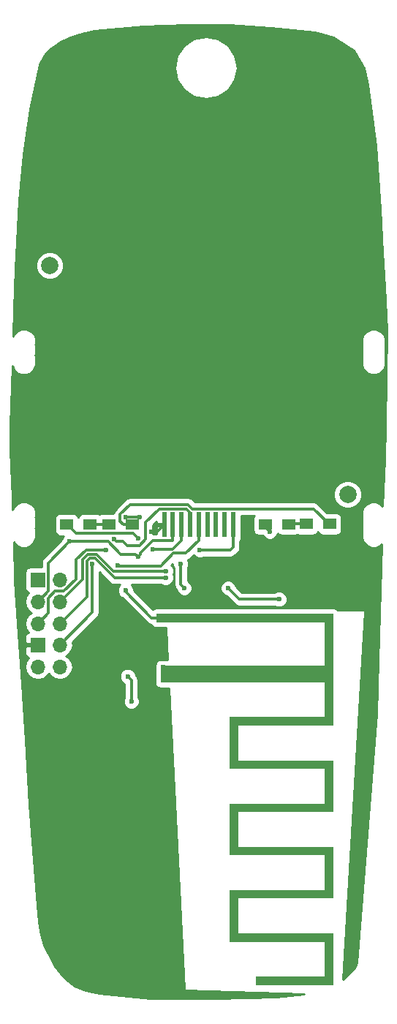
<source format=gbr>
G04 #@! TF.FileFunction,Copper,L1,Top,Signal*
%FSLAX46Y46*%
G04 Gerber Fmt 4.6, Leading zero omitted, Abs format (unit mm)*
G04 Created by KiCad (PCBNEW 4.0.7) date Wed Aug 22 22:50:22 2018*
%MOMM*%
%LPD*%
G01*
G04 APERTURE LIST*
%ADD10C,0.100000*%
%ADD11R,1.700000X1.700000*%
%ADD12O,1.700000X1.700000*%
%ADD13R,1.500000X1.300000*%
%ADD14C,2.000000*%
%ADD15R,0.600000X3.000000*%
%ADD16R,0.500000X2.000000*%
%ADD17R,0.500000X1.000000*%
%ADD18C,0.600000*%
%ADD19C,0.300000*%
%ADD20C,0.254000*%
G04 APERTURE END LIST*
D10*
G36*
X74680000Y-118820000D02*
X54680000Y-118820000D01*
X54680000Y-120820000D01*
X74680000Y-120820000D01*
X74680000Y-118820000D01*
X74680000Y-118820000D01*
G37*
G36*
X74680000Y-112820000D02*
X54680000Y-112820000D01*
X54680000Y-113820000D01*
X74680000Y-113820000D01*
X74680000Y-112820000D01*
X74680000Y-112820000D01*
G37*
G36*
X74680000Y-113820000D02*
X73680000Y-113820000D01*
X73680000Y-118820000D01*
X74680000Y-118820000D01*
X74680000Y-113820000D01*
X74680000Y-113820000D01*
G37*
G36*
X74680000Y-120820000D02*
X73680000Y-120820000D01*
X73680000Y-124820000D01*
X74680000Y-124820000D01*
X74680000Y-120820000D01*
X74680000Y-120820000D01*
G37*
G36*
X74680000Y-124820000D02*
X63680000Y-124820000D01*
X63680000Y-125820000D01*
X74680000Y-125820000D01*
X74680000Y-124820000D01*
X74680000Y-124820000D01*
G37*
G36*
X63680000Y-124820000D02*
X62680000Y-124820000D01*
X62680000Y-130820000D01*
X63680000Y-130820000D01*
X63680000Y-124820000D01*
X63680000Y-124820000D01*
G37*
G36*
X74680000Y-129820000D02*
X63680000Y-129820000D01*
X63680000Y-130820000D01*
X74680000Y-130820000D01*
X74680000Y-129820000D01*
X74680000Y-129820000D01*
G37*
G36*
X74680000Y-130820000D02*
X73680000Y-130820000D01*
X73680000Y-134820000D01*
X74680000Y-134820000D01*
X74680000Y-130820000D01*
X74680000Y-130820000D01*
G37*
G36*
X74680000Y-134820000D02*
X63680000Y-134820000D01*
X63680000Y-135820000D01*
X74680000Y-135820000D01*
X74680000Y-134820000D01*
X74680000Y-134820000D01*
G37*
G36*
X63680000Y-134820000D02*
X62680000Y-134820000D01*
X62680000Y-140820000D01*
X63680000Y-140820000D01*
X63680000Y-134820000D01*
X63680000Y-134820000D01*
G37*
G36*
X74680000Y-139820000D02*
X63680000Y-139820000D01*
X63680000Y-140820000D01*
X74680000Y-140820000D01*
X74680000Y-139820000D01*
X74680000Y-139820000D01*
G37*
G36*
X74680000Y-140820000D02*
X73680000Y-140820000D01*
X73680000Y-144820000D01*
X74680000Y-144820000D01*
X74680000Y-140820000D01*
X74680000Y-140820000D01*
G37*
G36*
X74680000Y-144820000D02*
X63680000Y-144820000D01*
X63680000Y-145820000D01*
X74680000Y-145820000D01*
X74680000Y-144820000D01*
X74680000Y-144820000D01*
G37*
G36*
X63680000Y-144820000D02*
X62680000Y-144820000D01*
X62680000Y-150820000D01*
X63680000Y-150820000D01*
X63680000Y-144820000D01*
X63680000Y-144820000D01*
G37*
G36*
X74680000Y-149820000D02*
X63680000Y-149820000D01*
X63680000Y-150820000D01*
X74680000Y-150820000D01*
X74680000Y-149820000D01*
X74680000Y-149820000D01*
G37*
G36*
X74680000Y-150820000D02*
X73680000Y-150820000D01*
X73680000Y-154820000D01*
X74680000Y-154820000D01*
X74680000Y-150820000D01*
X74680000Y-150820000D01*
G37*
G36*
X74680000Y-154820000D02*
X65680000Y-154820000D01*
X65680000Y-155820000D01*
X74680000Y-155820000D01*
X74680000Y-154820000D01*
X74680000Y-154820000D01*
G37*
D11*
X40460000Y-108920000D03*
D12*
X43000000Y-108920000D03*
X40460000Y-111460000D03*
X43000000Y-111460000D03*
X40460000Y-114000000D03*
X43000000Y-114000000D03*
D11*
X40460000Y-116460000D03*
D12*
X43000000Y-116460000D03*
X40460000Y-119000000D03*
X43000000Y-119000000D03*
D13*
X51410000Y-102530000D03*
X48710000Y-102530000D03*
X66800000Y-102480000D03*
X69500000Y-102480000D03*
D14*
X41850000Y-72550000D03*
D15*
X55100000Y-102550000D03*
X56100000Y-102550000D03*
X57100000Y-102550000D03*
X58100000Y-102550000D03*
X63100000Y-102550000D03*
X62100000Y-102550000D03*
X59100000Y-102550000D03*
X60100000Y-102550000D03*
X61100000Y-102550000D03*
D14*
X76350000Y-99050000D03*
D13*
X46500000Y-102530000D03*
X43800000Y-102530000D03*
X74250000Y-102460000D03*
X71550000Y-102460000D03*
D16*
X54930000Y-119820000D03*
D17*
X54430000Y-113320000D03*
D18*
X67330000Y-103350000D03*
X61100000Y-102550000D03*
X50630000Y-110150000D03*
X75300000Y-68000000D03*
X44700000Y-68000000D03*
X75760000Y-105420000D03*
X39710000Y-98260000D03*
X41220000Y-105360000D03*
X53610010Y-103350000D03*
X43480000Y-132180000D03*
X52230000Y-101650000D03*
X50630000Y-101650000D03*
X73450000Y-109060000D03*
X73400000Y-106910000D03*
X73400000Y-104810000D03*
X60060000Y-111120000D03*
X57425158Y-109872654D03*
X57020000Y-107059992D03*
X44136096Y-104500012D03*
X52080000Y-106250000D03*
X55280000Y-108700000D03*
X53810000Y-105350000D03*
X55280000Y-107900000D03*
X59205380Y-105455380D03*
X52080000Y-104150000D03*
X49690000Y-107250000D03*
X49259200Y-104180001D03*
X48340000Y-105450000D03*
X51300000Y-123000000D03*
X50870000Y-120090000D03*
X54930000Y-119820000D03*
X68390000Y-111180000D03*
X62510000Y-109880000D03*
X46780000Y-107100000D03*
D19*
X66800000Y-102480000D02*
X66800000Y-102820000D01*
X66800000Y-102820000D02*
X67330000Y-103350000D01*
X54430000Y-113320000D02*
X53637998Y-113320000D01*
X53637998Y-113320000D02*
X50630000Y-110312002D01*
X50630000Y-110312002D02*
X50630000Y-110150000D01*
X71550000Y-102460000D02*
X69520000Y-102460000D01*
X69520000Y-102460000D02*
X69500000Y-102480000D01*
X46500000Y-102530000D02*
X48710000Y-102530000D01*
X53610010Y-103350000D02*
X54300000Y-103350000D01*
X54300000Y-103350000D02*
X55100000Y-102550000D01*
X40460000Y-116460000D02*
X39310000Y-116460000D01*
X39310000Y-116460000D02*
X38500000Y-115650000D01*
X50630000Y-101650000D02*
X52230000Y-101650000D01*
X53030000Y-110150000D02*
X53630000Y-110150000D01*
X53630000Y-110150000D02*
X54600000Y-111120000D01*
X54600000Y-111120000D02*
X60060000Y-111120000D01*
X57020000Y-107059992D02*
X57020000Y-109467496D01*
X57020000Y-109467496D02*
X57425158Y-109872654D01*
X52080000Y-106250000D02*
X52379999Y-105950001D01*
X52379999Y-105950001D02*
X52379999Y-105817999D01*
X52379999Y-105817999D02*
X53797997Y-104400001D01*
X53797997Y-104400001D02*
X56049999Y-104400001D01*
X56049999Y-104400001D02*
X56100000Y-104350000D01*
X56100000Y-104350000D02*
X56100000Y-102550000D01*
X52080000Y-106250000D02*
X51780001Y-105950001D01*
X51780001Y-105950001D02*
X50070001Y-105950001D01*
X50070001Y-105950001D02*
X48620012Y-104500012D01*
X40460000Y-111460000D02*
X41660001Y-110259999D01*
X41660001Y-110259999D02*
X41660001Y-106976107D01*
X41660001Y-106976107D02*
X44136096Y-104500012D01*
X44136096Y-104500012D02*
X48620012Y-104500012D01*
X43000000Y-114000000D02*
X46129999Y-110870001D01*
X46467999Y-106449999D02*
X47092001Y-106449999D01*
X46129999Y-110870001D02*
X46129999Y-106787999D01*
X46129999Y-106787999D02*
X46467999Y-106449999D01*
X47092001Y-106449999D02*
X49342002Y-108700000D01*
X49342002Y-108700000D02*
X55280000Y-108700000D01*
X53810000Y-105350000D02*
X56100000Y-105350000D01*
X56100000Y-105350000D02*
X57100000Y-104350000D01*
X57100000Y-104350000D02*
X57100000Y-102550000D01*
X43000000Y-111460000D02*
X45629989Y-108830011D01*
X45629989Y-108830011D02*
X45629989Y-106580889D01*
X45629989Y-106580889D02*
X46260889Y-105949989D01*
X46260889Y-105949989D02*
X47299111Y-105949989D01*
X49249122Y-107900000D02*
X55280000Y-107900000D01*
X47299111Y-105949989D02*
X49249122Y-107900000D01*
X59205380Y-105455380D02*
X59629644Y-105455380D01*
X59629644Y-105455380D02*
X59684264Y-105510000D01*
X59684264Y-105510000D02*
X62749814Y-105510000D01*
X63100000Y-102550000D02*
X63100000Y-105159814D01*
X63100000Y-105159814D02*
X62749814Y-105510000D01*
X52080000Y-104150000D02*
X51460001Y-103530001D01*
X51460001Y-103530001D02*
X44900001Y-103530001D01*
X44900001Y-103530001D02*
X43900000Y-102530000D01*
X43900000Y-102530000D02*
X43800000Y-102530000D01*
X49690000Y-107250000D02*
X49790000Y-107350000D01*
X49790000Y-107350000D02*
X54680000Y-107350000D01*
X54680000Y-107350000D02*
X56179990Y-105850010D01*
X56179990Y-105850010D02*
X57599990Y-105850010D01*
X57599990Y-105850010D02*
X59100000Y-104350000D01*
X59100000Y-104350000D02*
X59100000Y-102550000D01*
X59100000Y-102550000D02*
X59100000Y-103980002D01*
X49259200Y-104180001D02*
X49559199Y-104480000D01*
X52960010Y-104231992D02*
X52960010Y-102259988D01*
X54519999Y-100699999D02*
X57680001Y-100699999D01*
X49559199Y-104480000D02*
X50300000Y-104480000D01*
X50300000Y-104480000D02*
X50780000Y-104960000D01*
X50780000Y-104960000D02*
X52232002Y-104960000D01*
X52232002Y-104960000D02*
X52960010Y-104231992D01*
X52960010Y-102259988D02*
X54519999Y-100699999D01*
X57680001Y-100699999D02*
X58100000Y-101119998D01*
X58100000Y-101119998D02*
X58100000Y-102550000D01*
X48340000Y-105450000D02*
X47506242Y-105450000D01*
X46053779Y-105449979D02*
X44890000Y-106613758D01*
X47506242Y-105450000D02*
X47506221Y-105449979D01*
X41660001Y-111023997D02*
X41660001Y-112799999D01*
X47506221Y-105449979D02*
X46053779Y-105449979D01*
X41660001Y-112799999D02*
X40460000Y-114000000D01*
X44890000Y-106613758D02*
X44890000Y-108860000D01*
X44890000Y-108860000D02*
X43490001Y-110259999D01*
X42423999Y-110259999D02*
X41660001Y-111023997D01*
X43490001Y-110259999D02*
X42423999Y-110259999D01*
X51300000Y-123000000D02*
X51300000Y-120520000D01*
X51300000Y-120520000D02*
X50870000Y-120090000D01*
X62510000Y-109880000D02*
X63810000Y-111180000D01*
X63810000Y-111180000D02*
X68390000Y-111180000D01*
X43000000Y-116460000D02*
X46780000Y-112680000D01*
X46780000Y-112680000D02*
X46780000Y-107100000D01*
X72389999Y-100699999D02*
X58387121Y-100699999D01*
X58387121Y-100699999D02*
X57887111Y-100199989D01*
X57887111Y-100199989D02*
X51118009Y-100199989D01*
X50360000Y-102530000D02*
X51410000Y-102530000D01*
X51118009Y-100199989D02*
X49979999Y-101337999D01*
X49979999Y-101337999D02*
X49979999Y-102149999D01*
X49979999Y-102149999D02*
X50360000Y-102530000D01*
X72389999Y-100699999D02*
X74150000Y-102460000D01*
X74150000Y-102460000D02*
X74250000Y-102460000D01*
D20*
G36*
X67444321Y-45007921D02*
X72561283Y-45499936D01*
X74702773Y-46151694D01*
X77025573Y-47609138D01*
X78229743Y-49660686D01*
X78650464Y-51624050D01*
X79643016Y-58671172D01*
X80091309Y-66043096D01*
X80391275Y-71042524D01*
X80391503Y-71043396D01*
X80391383Y-71044289D01*
X80640884Y-75036310D01*
X80839806Y-80009361D01*
X80690121Y-90986306D01*
X80590300Y-94979132D01*
X80407208Y-100398657D01*
X80135564Y-100126539D01*
X79626702Y-99915241D01*
X79075715Y-99914760D01*
X78566485Y-100125169D01*
X78176539Y-100514436D01*
X77965241Y-101023298D01*
X77964760Y-101574285D01*
X77965196Y-101575339D01*
X77964760Y-102074285D01*
X78006217Y-102174618D01*
X77965241Y-102273298D01*
X77964760Y-102824285D01*
X78006217Y-102924618D01*
X77965241Y-103023298D01*
X77964760Y-103574285D01*
X77965196Y-103575339D01*
X77964760Y-104074285D01*
X78175169Y-104583515D01*
X78564436Y-104973461D01*
X79073298Y-105184759D01*
X79624285Y-105185240D01*
X80133515Y-104974831D01*
X80270267Y-104838318D01*
X79890319Y-118178708D01*
X79690895Y-124460543D01*
X77399705Y-153249843D01*
X77235061Y-153710847D01*
X75780494Y-155165414D01*
X78376765Y-112557724D01*
X78368375Y-112503996D01*
X78341150Y-112461566D01*
X78299563Y-112433071D01*
X78250166Y-112423000D01*
X75161068Y-112418960D01*
X75129013Y-112370987D01*
X74923004Y-112233336D01*
X74680000Y-112185000D01*
X54741431Y-112185000D01*
X54680000Y-112172560D01*
X54180000Y-112172560D01*
X53944683Y-112216838D01*
X53762333Y-112334177D01*
X51565012Y-110136856D01*
X51565162Y-109964833D01*
X51423117Y-109621057D01*
X51287297Y-109485000D01*
X54742494Y-109485000D01*
X54749673Y-109492192D01*
X55093201Y-109634838D01*
X55465167Y-109635162D01*
X55808943Y-109493117D01*
X56072192Y-109230327D01*
X56214838Y-108886799D01*
X56215162Y-108514833D01*
X56126352Y-108299896D01*
X56214838Y-108086799D01*
X56215162Y-107714833D01*
X56073117Y-107371057D01*
X55921242Y-107218916D01*
X56085004Y-107055154D01*
X56084838Y-107245159D01*
X56226883Y-107588935D01*
X56235000Y-107597066D01*
X56235000Y-109467496D01*
X56294755Y-109767903D01*
X56464921Y-110022575D01*
X56490005Y-110047659D01*
X56489996Y-110057821D01*
X56632041Y-110401597D01*
X56894831Y-110664846D01*
X57238359Y-110807492D01*
X57610325Y-110807816D01*
X57954101Y-110665771D01*
X58217350Y-110402981D01*
X58357623Y-110065167D01*
X61574838Y-110065167D01*
X61716883Y-110408943D01*
X61979673Y-110672192D01*
X62323201Y-110814838D01*
X62334690Y-110814848D01*
X63254921Y-111735079D01*
X63509594Y-111905245D01*
X63810000Y-111965001D01*
X63810005Y-111965000D01*
X67852494Y-111965000D01*
X67859673Y-111972192D01*
X68203201Y-112114838D01*
X68575167Y-112115162D01*
X68918943Y-111973117D01*
X69182192Y-111710327D01*
X69324838Y-111366799D01*
X69325162Y-110994833D01*
X69183117Y-110651057D01*
X68920327Y-110387808D01*
X68576799Y-110245162D01*
X68204833Y-110244838D01*
X67861057Y-110386883D01*
X67852926Y-110395000D01*
X64135158Y-110395000D01*
X63445153Y-109704995D01*
X63445162Y-109694833D01*
X63303117Y-109351057D01*
X63040327Y-109087808D01*
X62696799Y-108945162D01*
X62324833Y-108944838D01*
X61981057Y-109086883D01*
X61717808Y-109349673D01*
X61575162Y-109693201D01*
X61574838Y-110065167D01*
X58357623Y-110065167D01*
X58359996Y-110059453D01*
X58360320Y-109687487D01*
X58218275Y-109343711D01*
X57955485Y-109080462D01*
X57805000Y-109017975D01*
X57805000Y-107597498D01*
X57812192Y-107590319D01*
X57954838Y-107246791D01*
X57955162Y-106874825D01*
X57836624Y-106587940D01*
X57900397Y-106575255D01*
X58155069Y-106405089D01*
X58493978Y-106066180D01*
X58675053Y-106247572D01*
X59018581Y-106390218D01*
X59390547Y-106390542D01*
X59642083Y-106286610D01*
X59684264Y-106295000D01*
X62749814Y-106295000D01*
X63050221Y-106235245D01*
X63304893Y-106065079D01*
X63655079Y-105714893D01*
X63825245Y-105460220D01*
X63885000Y-105159814D01*
X63885000Y-104464975D01*
X63996431Y-104301890D01*
X64047440Y-104050000D01*
X64047440Y-101484999D01*
X65517189Y-101484999D01*
X65453569Y-101578110D01*
X65402560Y-101830000D01*
X65402560Y-103130000D01*
X65446838Y-103365317D01*
X65585910Y-103581441D01*
X65798110Y-103726431D01*
X66050000Y-103777440D01*
X66494943Y-103777440D01*
X66536883Y-103878943D01*
X66799673Y-104142192D01*
X67143201Y-104284838D01*
X67515167Y-104285162D01*
X67858943Y-104143117D01*
X68122192Y-103880327D01*
X68261836Y-103544029D01*
X68285910Y-103581441D01*
X68498110Y-103726431D01*
X68750000Y-103777440D01*
X70250000Y-103777440D01*
X70485317Y-103733162D01*
X70537803Y-103699388D01*
X70548110Y-103706431D01*
X70800000Y-103757440D01*
X72300000Y-103757440D01*
X72535317Y-103713162D01*
X72751441Y-103574090D01*
X72896431Y-103361890D01*
X72899081Y-103348803D01*
X73035910Y-103561441D01*
X73248110Y-103706431D01*
X73500000Y-103757440D01*
X75000000Y-103757440D01*
X75235317Y-103713162D01*
X75451441Y-103574090D01*
X75596431Y-103361890D01*
X75647440Y-103110000D01*
X75647440Y-101810000D01*
X75603162Y-101574683D01*
X75464090Y-101358559D01*
X75251890Y-101213569D01*
X75000000Y-101162560D01*
X73962718Y-101162560D01*
X72945078Y-100144920D01*
X72690406Y-99974754D01*
X72389999Y-99914999D01*
X58712279Y-99914999D01*
X58442190Y-99644910D01*
X58187518Y-99474744D01*
X57887111Y-99414989D01*
X51118009Y-99414989D01*
X50817602Y-99474744D01*
X50562930Y-99644910D01*
X49424920Y-100782920D01*
X49254754Y-101037592D01*
X49254754Y-101037593D01*
X49215972Y-101232560D01*
X47960000Y-101232560D01*
X47724683Y-101276838D01*
X47604873Y-101353934D01*
X47501890Y-101283569D01*
X47250000Y-101232560D01*
X45750000Y-101232560D01*
X45514683Y-101276838D01*
X45298559Y-101415910D01*
X45153569Y-101628110D01*
X45150919Y-101641197D01*
X45014090Y-101428559D01*
X44801890Y-101283569D01*
X44550000Y-101232560D01*
X43050000Y-101232560D01*
X42814683Y-101276838D01*
X42598559Y-101415910D01*
X42453569Y-101628110D01*
X42402560Y-101880000D01*
X42402560Y-103180000D01*
X42446838Y-103415317D01*
X42585910Y-103631441D01*
X42798110Y-103776431D01*
X43050000Y-103827440D01*
X43486397Y-103827440D01*
X43343904Y-103969685D01*
X43201258Y-104313213D01*
X43201248Y-104324702D01*
X41104922Y-106421028D01*
X40934756Y-106675700D01*
X40934756Y-106675701D01*
X40875001Y-106976107D01*
X40875001Y-107422560D01*
X39610000Y-107422560D01*
X39374683Y-107466838D01*
X39158559Y-107605910D01*
X39013569Y-107818110D01*
X38962560Y-108070000D01*
X38962560Y-109770000D01*
X39006838Y-110005317D01*
X39145910Y-110221441D01*
X39358110Y-110366431D01*
X39425541Y-110380086D01*
X39380853Y-110409946D01*
X39058946Y-110891715D01*
X38945907Y-111460000D01*
X39058946Y-112028285D01*
X39380853Y-112510054D01*
X39710026Y-112730000D01*
X39380853Y-112949946D01*
X39058946Y-113431715D01*
X38945907Y-114000000D01*
X39058946Y-114568285D01*
X39363867Y-115024633D01*
X39250302Y-115071673D01*
X39071673Y-115250301D01*
X38975000Y-115483690D01*
X38975000Y-116174250D01*
X39133750Y-116333000D01*
X40333000Y-116333000D01*
X40333000Y-116313000D01*
X40587000Y-116313000D01*
X40587000Y-116333000D01*
X40607000Y-116333000D01*
X40607000Y-116587000D01*
X40587000Y-116587000D01*
X40587000Y-116607000D01*
X40333000Y-116607000D01*
X40333000Y-116587000D01*
X39133750Y-116587000D01*
X38975000Y-116745750D01*
X38975000Y-117436310D01*
X39071673Y-117669699D01*
X39250302Y-117848327D01*
X39424777Y-117920597D01*
X39380853Y-117949946D01*
X39058946Y-118431715D01*
X38945907Y-119000000D01*
X39058946Y-119568285D01*
X39380853Y-120050054D01*
X39862622Y-120371961D01*
X40430907Y-120485000D01*
X40489093Y-120485000D01*
X41057378Y-120371961D01*
X41539147Y-120050054D01*
X41730000Y-119764422D01*
X41920853Y-120050054D01*
X42402622Y-120371961D01*
X42970907Y-120485000D01*
X43029093Y-120485000D01*
X43597378Y-120371961D01*
X43742240Y-120275167D01*
X49934838Y-120275167D01*
X50076883Y-120618943D01*
X50339673Y-120882192D01*
X50515000Y-120954994D01*
X50515000Y-122462494D01*
X50507808Y-122469673D01*
X50365162Y-122813201D01*
X50364838Y-123185167D01*
X50506883Y-123528943D01*
X50769673Y-123792192D01*
X51113201Y-123934838D01*
X51485167Y-123935162D01*
X51828943Y-123793117D01*
X52092192Y-123530327D01*
X52234838Y-123186799D01*
X52235162Y-122814833D01*
X52093117Y-122471057D01*
X52085000Y-122462926D01*
X52085000Y-120520000D01*
X52025245Y-120219594D01*
X51855079Y-119964921D01*
X51805153Y-119914995D01*
X51805162Y-119904833D01*
X51663117Y-119561057D01*
X51400327Y-119297808D01*
X51056799Y-119155162D01*
X50684833Y-119154838D01*
X50341057Y-119296883D01*
X50077808Y-119559673D01*
X49935162Y-119903201D01*
X49934838Y-120275167D01*
X43742240Y-120275167D01*
X44079147Y-120050054D01*
X44401054Y-119568285D01*
X44514093Y-119000000D01*
X44401054Y-118431715D01*
X44079147Y-117949946D01*
X43749974Y-117730000D01*
X44079147Y-117510054D01*
X44401054Y-117028285D01*
X44514093Y-116460000D01*
X44447076Y-116123082D01*
X47335079Y-113235079D01*
X47505245Y-112980407D01*
X47565000Y-112680000D01*
X47565000Y-108033156D01*
X48786923Y-109255079D01*
X49041596Y-109425245D01*
X49342002Y-109485000D01*
X49972716Y-109485000D01*
X49837808Y-109619673D01*
X49695162Y-109963201D01*
X49694838Y-110335167D01*
X49836883Y-110678943D01*
X50099673Y-110942192D01*
X50185792Y-110977952D01*
X53082919Y-113875079D01*
X53337592Y-114045245D01*
X53604524Y-114098342D01*
X53715910Y-114271441D01*
X53928110Y-114416431D01*
X54180000Y-114467440D01*
X54680000Y-114467440D01*
X54746113Y-114455000D01*
X55281838Y-114455000D01*
X55472683Y-118185000D01*
X55241431Y-118185000D01*
X55180000Y-118172560D01*
X54680000Y-118172560D01*
X54444683Y-118216838D01*
X54228559Y-118355910D01*
X54083569Y-118568110D01*
X54032560Y-118820000D01*
X54032560Y-119543137D01*
X53995162Y-119633201D01*
X53994838Y-120005167D01*
X54032560Y-120096461D01*
X54032560Y-120820000D01*
X54076838Y-121055317D01*
X54215910Y-121271441D01*
X54428110Y-121416431D01*
X54680000Y-121467440D01*
X55180000Y-121467440D01*
X55246113Y-121455000D01*
X55639993Y-121455000D01*
X57423166Y-156306489D01*
X57430307Y-156342458D01*
X57456256Y-156385680D01*
X57496976Y-156415401D01*
X57546051Y-156426939D01*
X71314892Y-156855303D01*
X68053507Y-157191034D01*
X61042283Y-157389934D01*
X53534556Y-157340214D01*
X47564011Y-156797437D01*
X45966565Y-156421567D01*
X44746698Y-155924585D01*
X43954006Y-155352085D01*
X43084135Y-154527997D01*
X42452842Y-153671242D01*
X41164836Y-151238345D01*
X40845563Y-150052474D01*
X40604235Y-148507969D01*
X40407144Y-146635606D01*
X39508354Y-134951327D01*
X39058705Y-127517135D01*
X39057045Y-127510813D01*
X39058305Y-127500963D01*
X38608305Y-121000964D01*
X38608097Y-121000200D01*
X38608196Y-120999414D01*
X38108479Y-114003377D01*
X37809363Y-109018110D01*
X37676361Y-104584709D01*
X38064436Y-104973461D01*
X38573298Y-105184759D01*
X39124285Y-105185240D01*
X39633515Y-104974831D01*
X40023461Y-104585564D01*
X40234759Y-104076702D01*
X40235240Y-103525715D01*
X40234804Y-103524661D01*
X40235240Y-103025715D01*
X40193783Y-102925382D01*
X40234759Y-102826702D01*
X40235240Y-102275715D01*
X40234804Y-102274661D01*
X40235240Y-101775715D01*
X40193783Y-101675382D01*
X40234759Y-101576702D01*
X40235240Y-101025715D01*
X40024831Y-100516485D01*
X39635564Y-100126539D01*
X39126702Y-99915241D01*
X38575715Y-99914760D01*
X38066485Y-100125169D01*
X37676539Y-100514436D01*
X37548585Y-100822584D01*
X37498380Y-99373795D01*
X74714716Y-99373795D01*
X74963106Y-99974943D01*
X75422637Y-100435278D01*
X76023352Y-100684716D01*
X76673795Y-100685284D01*
X77274943Y-100436894D01*
X77735278Y-99977363D01*
X77984716Y-99376648D01*
X77985284Y-98726205D01*
X77736894Y-98125057D01*
X77277363Y-97664722D01*
X76676648Y-97415284D01*
X76026205Y-97414716D01*
X75425057Y-97663106D01*
X74964722Y-98122637D01*
X74715284Y-98723352D01*
X74714716Y-99373795D01*
X37498380Y-99373795D01*
X37310000Y-93937704D01*
X37310000Y-90959247D01*
X37487717Y-84129845D01*
X37675169Y-84583515D01*
X38064436Y-84973461D01*
X38573298Y-85184759D01*
X39124285Y-85185240D01*
X39633515Y-84974831D01*
X40023461Y-84585564D01*
X40234759Y-84076702D01*
X40235240Y-83525715D01*
X40234804Y-83524661D01*
X40235240Y-83025715D01*
X40193783Y-82925382D01*
X40234759Y-82826702D01*
X40235240Y-82275715D01*
X40234804Y-82274661D01*
X40235240Y-81775715D01*
X40193783Y-81675382D01*
X40234759Y-81576702D01*
X40234761Y-81574285D01*
X77964760Y-81574285D01*
X77965196Y-81575339D01*
X77964760Y-82074285D01*
X78006217Y-82174618D01*
X77965241Y-82273298D01*
X77964760Y-82824285D01*
X77965196Y-82825339D01*
X77964760Y-83324285D01*
X78006217Y-83424618D01*
X77965241Y-83523298D01*
X77964760Y-84074285D01*
X78175169Y-84583515D01*
X78564436Y-84973461D01*
X79073298Y-85184759D01*
X79624285Y-85185240D01*
X80133515Y-84974831D01*
X80523461Y-84585564D01*
X80734759Y-84076702D01*
X80735240Y-83525715D01*
X80693783Y-83425382D01*
X80734759Y-83326702D01*
X80735240Y-82775715D01*
X80734804Y-82774661D01*
X80735240Y-82275715D01*
X80693783Y-82175382D01*
X80734759Y-82076702D01*
X80735240Y-81525715D01*
X80734804Y-81524661D01*
X80735240Y-81025715D01*
X80524831Y-80516485D01*
X80135564Y-80126539D01*
X79626702Y-79915241D01*
X79075715Y-79914760D01*
X78566485Y-80125169D01*
X78176539Y-80514436D01*
X77965241Y-81023298D01*
X77964760Y-81574285D01*
X40234761Y-81574285D01*
X40235240Y-81025715D01*
X40024831Y-80516485D01*
X39635564Y-80126539D01*
X39126702Y-79915241D01*
X38575715Y-79914760D01*
X38066485Y-80125169D01*
X37676539Y-80514436D01*
X37575464Y-80757852D01*
X37659522Y-77527605D01*
X37900556Y-72873795D01*
X40214716Y-72873795D01*
X40463106Y-73474943D01*
X40922637Y-73935278D01*
X41523352Y-74184716D01*
X42173795Y-74185284D01*
X42774943Y-73936894D01*
X43235278Y-73477363D01*
X43484716Y-72876648D01*
X43485284Y-72226205D01*
X43236894Y-71625057D01*
X42777363Y-71164722D01*
X42176648Y-70915284D01*
X41526205Y-70914716D01*
X40925057Y-71163106D01*
X40464722Y-71622637D01*
X40215284Y-72223352D01*
X40214716Y-72873795D01*
X37900556Y-72873795D01*
X38308305Y-65001107D01*
X38805354Y-59632982D01*
X39549259Y-54425641D01*
X40585483Y-49650000D01*
X56333112Y-49650000D01*
X56608431Y-51034123D01*
X57392474Y-52207526D01*
X58565877Y-52991569D01*
X59950000Y-53266888D01*
X61334123Y-52991569D01*
X62507526Y-52207526D01*
X63291569Y-51034123D01*
X63566888Y-49650000D01*
X63291569Y-48265877D01*
X62507526Y-47092474D01*
X61334123Y-46308431D01*
X59950000Y-46033112D01*
X58565877Y-46308431D01*
X57392474Y-47092474D01*
X56608431Y-48265877D01*
X56333112Y-49650000D01*
X40585483Y-49650000D01*
X40673723Y-49243331D01*
X41229433Y-48174659D01*
X42004659Y-47399433D01*
X43149979Y-46620615D01*
X44257454Y-46113023D01*
X45578830Y-45688294D01*
X47003693Y-45403322D01*
X52694489Y-44858985D01*
X57660657Y-44710000D01*
X62578286Y-44710000D01*
X67444321Y-45007921D01*
X67444321Y-45007921D01*
G37*
X67444321Y-45007921D02*
X72561283Y-45499936D01*
X74702773Y-46151694D01*
X77025573Y-47609138D01*
X78229743Y-49660686D01*
X78650464Y-51624050D01*
X79643016Y-58671172D01*
X80091309Y-66043096D01*
X80391275Y-71042524D01*
X80391503Y-71043396D01*
X80391383Y-71044289D01*
X80640884Y-75036310D01*
X80839806Y-80009361D01*
X80690121Y-90986306D01*
X80590300Y-94979132D01*
X80407208Y-100398657D01*
X80135564Y-100126539D01*
X79626702Y-99915241D01*
X79075715Y-99914760D01*
X78566485Y-100125169D01*
X78176539Y-100514436D01*
X77965241Y-101023298D01*
X77964760Y-101574285D01*
X77965196Y-101575339D01*
X77964760Y-102074285D01*
X78006217Y-102174618D01*
X77965241Y-102273298D01*
X77964760Y-102824285D01*
X78006217Y-102924618D01*
X77965241Y-103023298D01*
X77964760Y-103574285D01*
X77965196Y-103575339D01*
X77964760Y-104074285D01*
X78175169Y-104583515D01*
X78564436Y-104973461D01*
X79073298Y-105184759D01*
X79624285Y-105185240D01*
X80133515Y-104974831D01*
X80270267Y-104838318D01*
X79890319Y-118178708D01*
X79690895Y-124460543D01*
X77399705Y-153249843D01*
X77235061Y-153710847D01*
X75780494Y-155165414D01*
X78376765Y-112557724D01*
X78368375Y-112503996D01*
X78341150Y-112461566D01*
X78299563Y-112433071D01*
X78250166Y-112423000D01*
X75161068Y-112418960D01*
X75129013Y-112370987D01*
X74923004Y-112233336D01*
X74680000Y-112185000D01*
X54741431Y-112185000D01*
X54680000Y-112172560D01*
X54180000Y-112172560D01*
X53944683Y-112216838D01*
X53762333Y-112334177D01*
X51565012Y-110136856D01*
X51565162Y-109964833D01*
X51423117Y-109621057D01*
X51287297Y-109485000D01*
X54742494Y-109485000D01*
X54749673Y-109492192D01*
X55093201Y-109634838D01*
X55465167Y-109635162D01*
X55808943Y-109493117D01*
X56072192Y-109230327D01*
X56214838Y-108886799D01*
X56215162Y-108514833D01*
X56126352Y-108299896D01*
X56214838Y-108086799D01*
X56215162Y-107714833D01*
X56073117Y-107371057D01*
X55921242Y-107218916D01*
X56085004Y-107055154D01*
X56084838Y-107245159D01*
X56226883Y-107588935D01*
X56235000Y-107597066D01*
X56235000Y-109467496D01*
X56294755Y-109767903D01*
X56464921Y-110022575D01*
X56490005Y-110047659D01*
X56489996Y-110057821D01*
X56632041Y-110401597D01*
X56894831Y-110664846D01*
X57238359Y-110807492D01*
X57610325Y-110807816D01*
X57954101Y-110665771D01*
X58217350Y-110402981D01*
X58357623Y-110065167D01*
X61574838Y-110065167D01*
X61716883Y-110408943D01*
X61979673Y-110672192D01*
X62323201Y-110814838D01*
X62334690Y-110814848D01*
X63254921Y-111735079D01*
X63509594Y-111905245D01*
X63810000Y-111965001D01*
X63810005Y-111965000D01*
X67852494Y-111965000D01*
X67859673Y-111972192D01*
X68203201Y-112114838D01*
X68575167Y-112115162D01*
X68918943Y-111973117D01*
X69182192Y-111710327D01*
X69324838Y-111366799D01*
X69325162Y-110994833D01*
X69183117Y-110651057D01*
X68920327Y-110387808D01*
X68576799Y-110245162D01*
X68204833Y-110244838D01*
X67861057Y-110386883D01*
X67852926Y-110395000D01*
X64135158Y-110395000D01*
X63445153Y-109704995D01*
X63445162Y-109694833D01*
X63303117Y-109351057D01*
X63040327Y-109087808D01*
X62696799Y-108945162D01*
X62324833Y-108944838D01*
X61981057Y-109086883D01*
X61717808Y-109349673D01*
X61575162Y-109693201D01*
X61574838Y-110065167D01*
X58357623Y-110065167D01*
X58359996Y-110059453D01*
X58360320Y-109687487D01*
X58218275Y-109343711D01*
X57955485Y-109080462D01*
X57805000Y-109017975D01*
X57805000Y-107597498D01*
X57812192Y-107590319D01*
X57954838Y-107246791D01*
X57955162Y-106874825D01*
X57836624Y-106587940D01*
X57900397Y-106575255D01*
X58155069Y-106405089D01*
X58493978Y-106066180D01*
X58675053Y-106247572D01*
X59018581Y-106390218D01*
X59390547Y-106390542D01*
X59642083Y-106286610D01*
X59684264Y-106295000D01*
X62749814Y-106295000D01*
X63050221Y-106235245D01*
X63304893Y-106065079D01*
X63655079Y-105714893D01*
X63825245Y-105460220D01*
X63885000Y-105159814D01*
X63885000Y-104464975D01*
X63996431Y-104301890D01*
X64047440Y-104050000D01*
X64047440Y-101484999D01*
X65517189Y-101484999D01*
X65453569Y-101578110D01*
X65402560Y-101830000D01*
X65402560Y-103130000D01*
X65446838Y-103365317D01*
X65585910Y-103581441D01*
X65798110Y-103726431D01*
X66050000Y-103777440D01*
X66494943Y-103777440D01*
X66536883Y-103878943D01*
X66799673Y-104142192D01*
X67143201Y-104284838D01*
X67515167Y-104285162D01*
X67858943Y-104143117D01*
X68122192Y-103880327D01*
X68261836Y-103544029D01*
X68285910Y-103581441D01*
X68498110Y-103726431D01*
X68750000Y-103777440D01*
X70250000Y-103777440D01*
X70485317Y-103733162D01*
X70537803Y-103699388D01*
X70548110Y-103706431D01*
X70800000Y-103757440D01*
X72300000Y-103757440D01*
X72535317Y-103713162D01*
X72751441Y-103574090D01*
X72896431Y-103361890D01*
X72899081Y-103348803D01*
X73035910Y-103561441D01*
X73248110Y-103706431D01*
X73500000Y-103757440D01*
X75000000Y-103757440D01*
X75235317Y-103713162D01*
X75451441Y-103574090D01*
X75596431Y-103361890D01*
X75647440Y-103110000D01*
X75647440Y-101810000D01*
X75603162Y-101574683D01*
X75464090Y-101358559D01*
X75251890Y-101213569D01*
X75000000Y-101162560D01*
X73962718Y-101162560D01*
X72945078Y-100144920D01*
X72690406Y-99974754D01*
X72389999Y-99914999D01*
X58712279Y-99914999D01*
X58442190Y-99644910D01*
X58187518Y-99474744D01*
X57887111Y-99414989D01*
X51118009Y-99414989D01*
X50817602Y-99474744D01*
X50562930Y-99644910D01*
X49424920Y-100782920D01*
X49254754Y-101037592D01*
X49254754Y-101037593D01*
X49215972Y-101232560D01*
X47960000Y-101232560D01*
X47724683Y-101276838D01*
X47604873Y-101353934D01*
X47501890Y-101283569D01*
X47250000Y-101232560D01*
X45750000Y-101232560D01*
X45514683Y-101276838D01*
X45298559Y-101415910D01*
X45153569Y-101628110D01*
X45150919Y-101641197D01*
X45014090Y-101428559D01*
X44801890Y-101283569D01*
X44550000Y-101232560D01*
X43050000Y-101232560D01*
X42814683Y-101276838D01*
X42598559Y-101415910D01*
X42453569Y-101628110D01*
X42402560Y-101880000D01*
X42402560Y-103180000D01*
X42446838Y-103415317D01*
X42585910Y-103631441D01*
X42798110Y-103776431D01*
X43050000Y-103827440D01*
X43486397Y-103827440D01*
X43343904Y-103969685D01*
X43201258Y-104313213D01*
X43201248Y-104324702D01*
X41104922Y-106421028D01*
X40934756Y-106675700D01*
X40934756Y-106675701D01*
X40875001Y-106976107D01*
X40875001Y-107422560D01*
X39610000Y-107422560D01*
X39374683Y-107466838D01*
X39158559Y-107605910D01*
X39013569Y-107818110D01*
X38962560Y-108070000D01*
X38962560Y-109770000D01*
X39006838Y-110005317D01*
X39145910Y-110221441D01*
X39358110Y-110366431D01*
X39425541Y-110380086D01*
X39380853Y-110409946D01*
X39058946Y-110891715D01*
X38945907Y-111460000D01*
X39058946Y-112028285D01*
X39380853Y-112510054D01*
X39710026Y-112730000D01*
X39380853Y-112949946D01*
X39058946Y-113431715D01*
X38945907Y-114000000D01*
X39058946Y-114568285D01*
X39363867Y-115024633D01*
X39250302Y-115071673D01*
X39071673Y-115250301D01*
X38975000Y-115483690D01*
X38975000Y-116174250D01*
X39133750Y-116333000D01*
X40333000Y-116333000D01*
X40333000Y-116313000D01*
X40587000Y-116313000D01*
X40587000Y-116333000D01*
X40607000Y-116333000D01*
X40607000Y-116587000D01*
X40587000Y-116587000D01*
X40587000Y-116607000D01*
X40333000Y-116607000D01*
X40333000Y-116587000D01*
X39133750Y-116587000D01*
X38975000Y-116745750D01*
X38975000Y-117436310D01*
X39071673Y-117669699D01*
X39250302Y-117848327D01*
X39424777Y-117920597D01*
X39380853Y-117949946D01*
X39058946Y-118431715D01*
X38945907Y-119000000D01*
X39058946Y-119568285D01*
X39380853Y-120050054D01*
X39862622Y-120371961D01*
X40430907Y-120485000D01*
X40489093Y-120485000D01*
X41057378Y-120371961D01*
X41539147Y-120050054D01*
X41730000Y-119764422D01*
X41920853Y-120050054D01*
X42402622Y-120371961D01*
X42970907Y-120485000D01*
X43029093Y-120485000D01*
X43597378Y-120371961D01*
X43742240Y-120275167D01*
X49934838Y-120275167D01*
X50076883Y-120618943D01*
X50339673Y-120882192D01*
X50515000Y-120954994D01*
X50515000Y-122462494D01*
X50507808Y-122469673D01*
X50365162Y-122813201D01*
X50364838Y-123185167D01*
X50506883Y-123528943D01*
X50769673Y-123792192D01*
X51113201Y-123934838D01*
X51485167Y-123935162D01*
X51828943Y-123793117D01*
X52092192Y-123530327D01*
X52234838Y-123186799D01*
X52235162Y-122814833D01*
X52093117Y-122471057D01*
X52085000Y-122462926D01*
X52085000Y-120520000D01*
X52025245Y-120219594D01*
X51855079Y-119964921D01*
X51805153Y-119914995D01*
X51805162Y-119904833D01*
X51663117Y-119561057D01*
X51400327Y-119297808D01*
X51056799Y-119155162D01*
X50684833Y-119154838D01*
X50341057Y-119296883D01*
X50077808Y-119559673D01*
X49935162Y-119903201D01*
X49934838Y-120275167D01*
X43742240Y-120275167D01*
X44079147Y-120050054D01*
X44401054Y-119568285D01*
X44514093Y-119000000D01*
X44401054Y-118431715D01*
X44079147Y-117949946D01*
X43749974Y-117730000D01*
X44079147Y-117510054D01*
X44401054Y-117028285D01*
X44514093Y-116460000D01*
X44447076Y-116123082D01*
X47335079Y-113235079D01*
X47505245Y-112980407D01*
X47565000Y-112680000D01*
X47565000Y-108033156D01*
X48786923Y-109255079D01*
X49041596Y-109425245D01*
X49342002Y-109485000D01*
X49972716Y-109485000D01*
X49837808Y-109619673D01*
X49695162Y-109963201D01*
X49694838Y-110335167D01*
X49836883Y-110678943D01*
X50099673Y-110942192D01*
X50185792Y-110977952D01*
X53082919Y-113875079D01*
X53337592Y-114045245D01*
X53604524Y-114098342D01*
X53715910Y-114271441D01*
X53928110Y-114416431D01*
X54180000Y-114467440D01*
X54680000Y-114467440D01*
X54746113Y-114455000D01*
X55281838Y-114455000D01*
X55472683Y-118185000D01*
X55241431Y-118185000D01*
X55180000Y-118172560D01*
X54680000Y-118172560D01*
X54444683Y-118216838D01*
X54228559Y-118355910D01*
X54083569Y-118568110D01*
X54032560Y-118820000D01*
X54032560Y-119543137D01*
X53995162Y-119633201D01*
X53994838Y-120005167D01*
X54032560Y-120096461D01*
X54032560Y-120820000D01*
X54076838Y-121055317D01*
X54215910Y-121271441D01*
X54428110Y-121416431D01*
X54680000Y-121467440D01*
X55180000Y-121467440D01*
X55246113Y-121455000D01*
X55639993Y-121455000D01*
X57423166Y-156306489D01*
X57430307Y-156342458D01*
X57456256Y-156385680D01*
X57496976Y-156415401D01*
X57546051Y-156426939D01*
X71314892Y-156855303D01*
X68053507Y-157191034D01*
X61042283Y-157389934D01*
X53534556Y-157340214D01*
X47564011Y-156797437D01*
X45966565Y-156421567D01*
X44746698Y-155924585D01*
X43954006Y-155352085D01*
X43084135Y-154527997D01*
X42452842Y-153671242D01*
X41164836Y-151238345D01*
X40845563Y-150052474D01*
X40604235Y-148507969D01*
X40407144Y-146635606D01*
X39508354Y-134951327D01*
X39058705Y-127517135D01*
X39057045Y-127510813D01*
X39058305Y-127500963D01*
X38608305Y-121000964D01*
X38608097Y-121000200D01*
X38608196Y-120999414D01*
X38108479Y-114003377D01*
X37809363Y-109018110D01*
X37676361Y-104584709D01*
X38064436Y-104973461D01*
X38573298Y-105184759D01*
X39124285Y-105185240D01*
X39633515Y-104974831D01*
X40023461Y-104585564D01*
X40234759Y-104076702D01*
X40235240Y-103525715D01*
X40234804Y-103524661D01*
X40235240Y-103025715D01*
X40193783Y-102925382D01*
X40234759Y-102826702D01*
X40235240Y-102275715D01*
X40234804Y-102274661D01*
X40235240Y-101775715D01*
X40193783Y-101675382D01*
X40234759Y-101576702D01*
X40235240Y-101025715D01*
X40024831Y-100516485D01*
X39635564Y-100126539D01*
X39126702Y-99915241D01*
X38575715Y-99914760D01*
X38066485Y-100125169D01*
X37676539Y-100514436D01*
X37548585Y-100822584D01*
X37498380Y-99373795D01*
X74714716Y-99373795D01*
X74963106Y-99974943D01*
X75422637Y-100435278D01*
X76023352Y-100684716D01*
X76673795Y-100685284D01*
X77274943Y-100436894D01*
X77735278Y-99977363D01*
X77984716Y-99376648D01*
X77985284Y-98726205D01*
X77736894Y-98125057D01*
X77277363Y-97664722D01*
X76676648Y-97415284D01*
X76026205Y-97414716D01*
X75425057Y-97663106D01*
X74964722Y-98122637D01*
X74715284Y-98723352D01*
X74714716Y-99373795D01*
X37498380Y-99373795D01*
X37310000Y-93937704D01*
X37310000Y-90959247D01*
X37487717Y-84129845D01*
X37675169Y-84583515D01*
X38064436Y-84973461D01*
X38573298Y-85184759D01*
X39124285Y-85185240D01*
X39633515Y-84974831D01*
X40023461Y-84585564D01*
X40234759Y-84076702D01*
X40235240Y-83525715D01*
X40234804Y-83524661D01*
X40235240Y-83025715D01*
X40193783Y-82925382D01*
X40234759Y-82826702D01*
X40235240Y-82275715D01*
X40234804Y-82274661D01*
X40235240Y-81775715D01*
X40193783Y-81675382D01*
X40234759Y-81576702D01*
X40234761Y-81574285D01*
X77964760Y-81574285D01*
X77965196Y-81575339D01*
X77964760Y-82074285D01*
X78006217Y-82174618D01*
X77965241Y-82273298D01*
X77964760Y-82824285D01*
X77965196Y-82825339D01*
X77964760Y-83324285D01*
X78006217Y-83424618D01*
X77965241Y-83523298D01*
X77964760Y-84074285D01*
X78175169Y-84583515D01*
X78564436Y-84973461D01*
X79073298Y-85184759D01*
X79624285Y-85185240D01*
X80133515Y-84974831D01*
X80523461Y-84585564D01*
X80734759Y-84076702D01*
X80735240Y-83525715D01*
X80693783Y-83425382D01*
X80734759Y-83326702D01*
X80735240Y-82775715D01*
X80734804Y-82774661D01*
X80735240Y-82275715D01*
X80693783Y-82175382D01*
X80734759Y-82076702D01*
X80735240Y-81525715D01*
X80734804Y-81524661D01*
X80735240Y-81025715D01*
X80524831Y-80516485D01*
X80135564Y-80126539D01*
X79626702Y-79915241D01*
X79075715Y-79914760D01*
X78566485Y-80125169D01*
X78176539Y-80514436D01*
X77965241Y-81023298D01*
X77964760Y-81574285D01*
X40234761Y-81574285D01*
X40235240Y-81025715D01*
X40024831Y-80516485D01*
X39635564Y-80126539D01*
X39126702Y-79915241D01*
X38575715Y-79914760D01*
X38066485Y-80125169D01*
X37676539Y-80514436D01*
X37575464Y-80757852D01*
X37659522Y-77527605D01*
X37900556Y-72873795D01*
X40214716Y-72873795D01*
X40463106Y-73474943D01*
X40922637Y-73935278D01*
X41523352Y-74184716D01*
X42173795Y-74185284D01*
X42774943Y-73936894D01*
X43235278Y-73477363D01*
X43484716Y-72876648D01*
X43485284Y-72226205D01*
X43236894Y-71625057D01*
X42777363Y-71164722D01*
X42176648Y-70915284D01*
X41526205Y-70914716D01*
X40925057Y-71163106D01*
X40464722Y-71622637D01*
X40215284Y-72223352D01*
X40214716Y-72873795D01*
X37900556Y-72873795D01*
X38308305Y-65001107D01*
X38805354Y-59632982D01*
X39549259Y-54425641D01*
X40585483Y-49650000D01*
X56333112Y-49650000D01*
X56608431Y-51034123D01*
X57392474Y-52207526D01*
X58565877Y-52991569D01*
X59950000Y-53266888D01*
X61334123Y-52991569D01*
X62507526Y-52207526D01*
X63291569Y-51034123D01*
X63566888Y-49650000D01*
X63291569Y-48265877D01*
X62507526Y-47092474D01*
X61334123Y-46308431D01*
X59950000Y-46033112D01*
X58565877Y-46308431D01*
X57392474Y-47092474D01*
X56608431Y-48265877D01*
X56333112Y-49650000D01*
X40585483Y-49650000D01*
X40673723Y-49243331D01*
X41229433Y-48174659D01*
X42004659Y-47399433D01*
X43149979Y-46620615D01*
X44257454Y-46113023D01*
X45578830Y-45688294D01*
X47003693Y-45403322D01*
X52694489Y-44858985D01*
X57660657Y-44710000D01*
X62578286Y-44710000D01*
X67444321Y-45007921D01*
G36*
X54165000Y-102264250D02*
X54323750Y-102423000D01*
X54973000Y-102423000D01*
X54973000Y-102403000D01*
X55152560Y-102403000D01*
X55152560Y-102697000D01*
X54973000Y-102697000D01*
X54973000Y-102677000D01*
X54323750Y-102677000D01*
X54165000Y-102835750D01*
X54165000Y-103615001D01*
X53797997Y-103615001D01*
X53745010Y-103625541D01*
X53745010Y-102585146D01*
X54165000Y-102165156D01*
X54165000Y-102264250D01*
X54165000Y-102264250D01*
G37*
X54165000Y-102264250D02*
X54323750Y-102423000D01*
X54973000Y-102423000D01*
X54973000Y-102403000D01*
X55152560Y-102403000D01*
X55152560Y-102697000D01*
X54973000Y-102697000D01*
X54973000Y-102677000D01*
X54323750Y-102677000D01*
X54165000Y-102835750D01*
X54165000Y-103615001D01*
X53797997Y-103615001D01*
X53745010Y-103625541D01*
X53745010Y-102585146D01*
X54165000Y-102165156D01*
X54165000Y-102264250D01*
M02*

</source>
